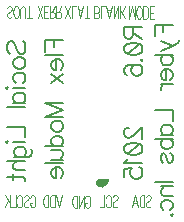
<source format=gbo>
G04 DipTrace 2.4.0.2*
%INSocialLightsmall.gbo*%
%MOMM*%
%ADD10C,0.25*%
%ADD28C,0.165*%
%ADD34O,0.863X0.723*%
%ADD53C,0.111*%
%FSLAX53Y53*%
G04*
G71*
G90*
G75*
G01*
%LNBotSilk*%
%LPD*%
G36*
X21222Y15243D2*
X20588Y14627D1*
X20242Y15110D1*
X20398Y15237D1*
X21222Y15243D1*
G37*
D34*
X20527Y14962D3*
X21105Y15247D2*
D10*
G02X20602Y14730I-586J68D01*
G01*
X21082Y15260D2*
G03X20462Y15200I-219J-970D01*
G01*
X25078Y27450D2*
D28*
Y28398D1*
X26609D1*
X25807D2*
Y27815D1*
X25588Y27042D2*
X26609Y26606D1*
X26901Y26751D1*
X27047Y26897D1*
X27120Y27042D1*
Y27116D1*
X25588Y26168D2*
X26609Y26606D1*
X25078Y25835D2*
X26609D1*
X25807D2*
X25661Y25688D1*
X25588Y25543D1*
Y25324D1*
X25661Y25179D1*
X25807Y25033D1*
X26026Y24960D1*
X26171D1*
X26390Y25033D1*
X26535Y25179D1*
X26609Y25324D1*
Y25543D1*
X26535Y25688D1*
X26390Y25835D1*
X26026Y24627D2*
Y23753D1*
X25880D1*
X25733Y23825D1*
X25661Y23897D1*
X25588Y24044D1*
Y24263D1*
X25661Y24408D1*
X25807Y24554D1*
X26026Y24627D1*
X26171D1*
X26390Y24554D1*
X26535Y24408D1*
X26609Y24263D1*
Y24044D1*
X26535Y23897D1*
X26390Y23753D1*
X25588Y23419D2*
X26609D1*
X26026D2*
X25807Y23345D1*
X25661Y23200D1*
X25588Y23054D1*
Y22835D1*
X25078Y21157D2*
X26609D1*
Y20283D1*
X25588Y19075D2*
X26609D1*
X25807D2*
X25661Y19220D1*
X25588Y19367D1*
Y19584D1*
X25661Y19731D1*
X25807Y19875D1*
X26026Y19950D1*
X26171D1*
X26390Y19875D1*
X26535Y19731D1*
X26609Y19584D1*
Y19367D1*
X26535Y19220D1*
X26390Y19075D1*
X25078Y18742D2*
X26609D1*
X25807D2*
X25661Y18595D1*
X25588Y18451D1*
Y18232D1*
X25661Y18087D1*
X25807Y17940D1*
X26026Y17868D1*
X26171D1*
X26390Y17940D1*
X26535Y18087D1*
X26609Y18232D1*
Y18451D1*
X26535Y18595D1*
X26390Y18742D1*
X25807Y16732D2*
X25661Y16805D1*
X25588Y17024D1*
Y17243D1*
X25661Y17462D1*
X25807Y17534D1*
X25952Y17462D1*
X26026Y17315D1*
X26099Y16951D1*
X26171Y16805D1*
X26318Y16732D1*
X26390D1*
X26535Y16805D1*
X26609Y17024D1*
Y17243D1*
X26535Y17462D1*
X26390Y17534D1*
X25078Y15055D2*
X26609D1*
X25588Y14722D2*
X26609D1*
X25880D2*
X25661Y14503D1*
X25588Y14356D1*
Y14139D1*
X25661Y13992D1*
X25880Y13920D1*
X26609D1*
X25807Y12710D2*
X25661Y12857D1*
X25588Y13004D1*
Y13221D1*
X25661Y13367D1*
X25807Y13512D1*
X26026Y13586D1*
X26171D1*
X26390Y13512D1*
X26535Y13367D1*
X26609Y13221D1*
Y13004D1*
X26535Y12857D1*
X26390Y12710D1*
X26463Y12305D2*
X26537Y12377D1*
X26609Y12305D1*
X26537Y12231D1*
X26463Y12305D1*
X22868Y19695D2*
X22796D1*
X22649Y19623D1*
X22577Y19550D1*
X22504Y19404D1*
Y19112D1*
X22577Y18967D1*
X22649Y18895D1*
X22796Y18821D1*
X22940D1*
X23087Y18895D1*
X23304Y19040D1*
X24034Y19769D1*
Y18748D1*
X22504Y17977D2*
X22577Y18196D1*
X22796Y18342D1*
X23159Y18415D1*
X23378D1*
X23742Y18342D1*
X23961Y18196D1*
X24034Y17977D1*
Y17832D1*
X23961Y17613D1*
X23742Y17468D1*
X23378Y17394D1*
X23159D1*
X22796Y17468D1*
X22577Y17613D1*
X22504Y17832D1*
Y17977D1*
X22796Y17468D2*
X23742Y18342D1*
X22796Y17061D2*
X22721Y16914D1*
X22504Y16695D1*
X24034D1*
X22504Y15487D2*
Y16215D1*
X23159Y16288D1*
X23087Y16215D1*
X23013Y15996D1*
Y15779D1*
X23087Y15560D1*
X23232Y15413D1*
X23451Y15341D1*
X23596D1*
X23815Y15413D1*
X23961Y15560D1*
X24034Y15779D1*
Y15996D1*
X23961Y16215D1*
X23887Y16288D1*
X23742Y16362D1*
X12817Y25966D2*
X12670Y26111D1*
X12598Y26330D1*
Y26622D1*
X12670Y26841D1*
X12817Y26987D1*
X12961D1*
X13108Y26913D1*
X13180Y26841D1*
X13253Y26696D1*
X13399Y26258D1*
X13472Y26111D1*
X13546Y26039D1*
X13691Y25966D1*
X13910D1*
X14055Y26111D1*
X14129Y26330D1*
Y26622D1*
X14055Y26841D1*
X13910Y26987D1*
X13108Y25269D2*
X13180Y25414D1*
X13327Y25561D1*
X13546Y25633D1*
X13691D1*
X13910Y25561D1*
X14055Y25414D1*
X14129Y25269D1*
Y25050D1*
X14055Y24904D1*
X13910Y24759D1*
X13691Y24685D1*
X13546D1*
X13327Y24759D1*
X13180Y24904D1*
X13108Y25050D1*
Y25269D1*
X13327Y23475D2*
X13180Y23622D1*
X13108Y23768D1*
Y23986D1*
X13180Y24132D1*
X13327Y24277D1*
X13546Y24351D1*
X13691D1*
X13910Y24277D1*
X14055Y24132D1*
X14129Y23986D1*
Y23768D1*
X14055Y23622D1*
X13910Y23475D1*
X12598Y23142D2*
X12670Y23069D1*
X12598Y22995D1*
X12523Y23069D1*
X12598Y23142D1*
X13108Y23069D2*
X14129D1*
X13108Y21788D2*
X14129D1*
X13327D2*
X13180Y21933D1*
X13108Y22079D1*
Y22296D1*
X13180Y22443D1*
X13327Y22588D1*
X13546Y22662D1*
X13691D1*
X13910Y22588D1*
X14055Y22443D1*
X14129Y22296D1*
Y22079D1*
X14055Y21933D1*
X13910Y21788D1*
X12598Y21454D2*
X14129D1*
X12598Y19777D2*
X14129D1*
Y18903D1*
X12598Y18569D2*
X12670Y18497D1*
X12598Y18423D1*
X12523Y18497D1*
X12598Y18569D1*
X13108Y18497D2*
X14129D1*
X13180Y17215D2*
X14348D1*
X14565Y17288D1*
X14639Y17360D1*
X14712Y17507D1*
Y17726D1*
X14639Y17870D1*
X13399Y17215D2*
X13255Y17360D1*
X13180Y17507D1*
Y17726D1*
X13255Y17870D1*
X13399Y18017D1*
X13618Y18089D1*
X13765D1*
X13982Y18017D1*
X14129Y17870D1*
X14201Y17726D1*
Y17507D1*
X14129Y17360D1*
X13982Y17215D1*
X12598Y16882D2*
X14129D1*
X13399D2*
X13180Y16663D1*
X13108Y16516D1*
Y16297D1*
X13180Y16152D1*
X13399Y16080D1*
X14129D1*
X12598Y15528D2*
X13837D1*
X14055Y15455D1*
X14129Y15309D1*
Y15164D1*
X13108Y15747D2*
Y15236D1*
X23236Y28219D2*
Y27564D1*
X23162Y27345D1*
X23090Y27271D1*
X22945Y27198D1*
X22798D1*
X22654Y27271D1*
X22579Y27345D1*
X22507Y27564D1*
Y28219D1*
X24038D1*
X23236Y27709D2*
X24038Y27198D1*
X22509Y26427D2*
X22581Y26646D1*
X22800Y26793D1*
X23164Y26865D1*
X23383D1*
X23747Y26793D1*
X23966Y26646D1*
X24038Y26427D1*
Y26282D1*
X23966Y26063D1*
X23747Y25918D1*
X23383Y25844D1*
X23164D1*
X22800Y25918D1*
X22581Y26063D1*
X22509Y26282D1*
Y26427D1*
X22800Y25918D2*
X23747Y26793D1*
X23892Y25438D2*
X23966Y25511D1*
X24038Y25438D1*
X23966Y25364D1*
X23892Y25438D1*
X22726Y24157D2*
X22581Y24229D1*
X22509Y24448D1*
Y24593D1*
X22581Y24812D1*
X22800Y24958D1*
X23164Y25031D1*
X23528D1*
X23819Y24958D1*
X23966Y24812D1*
X24038Y24593D1*
Y24520D1*
X23966Y24303D1*
X23819Y24157D1*
X23600Y24084D1*
X23528D1*
X23309Y24157D1*
X23164Y24303D1*
X23092Y24520D1*
Y24593D1*
X23164Y24812D1*
X23309Y24958D1*
X23528Y25031D1*
X23391Y29946D2*
D53*
Y28925D1*
X23158Y29946D1*
X22924Y28925D1*
Y29946D1*
X23699Y28925D2*
X23641Y28973D1*
X23583Y29071D1*
X23553Y29168D1*
X23524Y29314D1*
Y29557D1*
X23553Y29702D1*
X23583Y29800D1*
X23641Y29897D1*
X23699Y29946D1*
X23816D1*
X23874Y29897D1*
X23932Y29800D1*
X23961Y29702D1*
X23990Y29557D1*
Y29314D1*
X23961Y29168D1*
X23932Y29071D1*
X23874Y28973D1*
X23816Y28925D1*
X23699D1*
X24124D2*
Y29946D1*
X24328D1*
X24415Y29897D1*
X24474Y29800D1*
X24503Y29702D1*
X24532Y29557D1*
Y29314D1*
X24503Y29168D1*
X24474Y29071D1*
X24415Y28973D1*
X24328Y28925D1*
X24124D1*
X25044D2*
X24665D1*
Y29946D1*
X25044D1*
X24665Y29411D2*
X24898D1*
X19966Y28932D2*
Y29953D1*
X20228D1*
X20316Y29904D1*
X20345Y29855D1*
X20374Y29759D1*
Y29613D1*
X20345Y29515D1*
X20316Y29467D1*
X20228Y29418D1*
X20316Y29369D1*
X20345Y29321D1*
X20374Y29224D1*
Y29126D1*
X20345Y29030D1*
X20316Y28980D1*
X20228Y28932D1*
X19966D1*
Y29418D2*
X20228D1*
X20507Y28932D2*
Y29953D1*
X20857D1*
X21457D2*
X21223Y28932D1*
X20990Y29953D1*
X21078Y29613D2*
X21370D1*
X21999Y28932D2*
Y29953D1*
X21591Y28932D1*
Y29953D1*
X22132Y28932D2*
Y29953D1*
X22541Y28932D2*
X22132Y29613D1*
X22278Y29369D2*
X22541Y29953D1*
X15162Y28990D2*
X15571Y30011D1*
Y28990D2*
X15162Y30011D1*
X16083Y28990D2*
X15704D1*
Y30011D1*
X16083D1*
X15704Y29477D2*
X15937D1*
X16216D2*
X16478D1*
X16566Y29427D1*
X16595Y29379D1*
X16624Y29282D1*
Y29185D1*
X16595Y29088D1*
X16566Y29039D1*
X16478Y28990D1*
X16216D1*
Y30011D1*
X16420Y29477D2*
X16624Y30011D1*
X16758Y29477D2*
X17020D1*
X17107Y29427D1*
X17137Y29379D1*
X17166Y29282D1*
Y29185D1*
X17137Y29088D1*
X17107Y29039D1*
X17020Y28990D1*
X16758D1*
Y30011D1*
X16962Y29477D2*
X17166Y30011D1*
X17523Y28978D2*
X17931Y29998D1*
Y28978D2*
X17523Y29998D1*
X18065Y28978D2*
Y29998D1*
X18414D1*
X19015D2*
X18781Y28978D1*
X18548Y29998D1*
X18635Y29658D2*
X18927D1*
X19352Y28978D2*
Y29998D1*
X19148Y28978D2*
X19556D1*
X12981Y29119D2*
X12923Y29022D1*
X12835Y28973D1*
X12719D1*
X12631Y29022D1*
X12573Y29119D1*
Y29216D1*
X12602Y29314D1*
X12631Y29362D1*
X12689Y29410D1*
X12864Y29508D1*
X12923Y29556D1*
X12952Y29606D1*
X12981Y29702D1*
Y29848D1*
X12923Y29945D1*
X12835Y29994D1*
X12719D1*
X12631Y29945D1*
X12573Y29848D1*
X13290Y28973D2*
X13231Y29022D1*
X13173Y29119D1*
X13143Y29216D1*
X13114Y29362D1*
Y29606D1*
X13143Y29751D1*
X13173Y29848D1*
X13231Y29945D1*
X13290Y29994D1*
X13406D1*
X13464Y29945D1*
X13523Y29848D1*
X13552Y29751D1*
X13581Y29606D1*
Y29362D1*
X13552Y29216D1*
X13523Y29119D1*
X13464Y29022D1*
X13406Y28973D1*
X13290D1*
X13714D2*
Y29702D1*
X13743Y29848D1*
X13802Y29945D1*
X13889Y29994D1*
X13947D1*
X14035Y29945D1*
X14093Y29848D1*
X14122Y29702D1*
Y28973D1*
X14460D2*
Y29994D1*
X14256Y28973D2*
X14664D1*
X24337Y13811D2*
X24395Y13909D1*
X24483Y13957D1*
X24599D1*
X24687Y13909D1*
X24746Y13811D1*
Y13714D1*
X24716Y13617D1*
X24687Y13568D1*
X24629Y13520D1*
X24454Y13422D1*
X24395Y13374D1*
X24366Y13325D1*
X24337Y13228D1*
Y13082D1*
X24395Y12985D1*
X24483Y12936D1*
X24599D1*
X24687Y12985D1*
X24746Y13082D1*
X24204Y13957D2*
Y12936D1*
X24000D1*
X23912Y12985D1*
X23854Y13082D1*
X23825Y13180D1*
X23796Y13325D1*
Y13568D1*
X23825Y13714D1*
X23854Y13811D1*
X23912Y13909D1*
X24000Y13957D1*
X24204D1*
X23195Y12936D2*
X23429Y13957D1*
X23662Y12936D1*
X23575Y13276D2*
X23283D1*
X21531Y13815D2*
X21589Y13913D1*
X21677Y13961D1*
X21793D1*
X21881Y13913D1*
X21939Y13815D1*
Y13718D1*
X21910Y13621D1*
X21881Y13572D1*
X21823Y13524D1*
X21648Y13426D1*
X21589Y13378D1*
X21560Y13329D1*
X21531Y13232D1*
Y13086D1*
X21589Y12990D1*
X21677Y12940D1*
X21793D1*
X21881Y12990D1*
X21939Y13086D1*
X20960Y13718D2*
X20989Y13815D1*
X21048Y13913D1*
X21106Y13961D1*
X21223D1*
X21281Y13913D1*
X21339Y13815D1*
X21369Y13718D1*
X21398Y13572D1*
Y13329D1*
X21369Y13184D1*
X21339Y13086D1*
X21281Y12990D1*
X21223Y12940D1*
X21106D1*
X21048Y12990D1*
X20989Y13086D1*
X20960Y13184D1*
X20827Y13961D2*
Y12940D1*
X20477D1*
X14544Y13718D2*
X14573Y13814D1*
X14632Y13912D1*
X14690Y13960D1*
X14807D1*
X14865Y13912D1*
X14923Y13814D1*
X14953Y13718D1*
X14982Y13572D1*
Y13328D1*
X14953Y13183D1*
X14923Y13086D1*
X14865Y12989D1*
X14807Y12940D1*
X14690D1*
X14632Y12989D1*
X14573Y13086D1*
X14544Y13183D1*
Y13328D1*
X14690D1*
X14003Y13814D2*
X14061Y13912D1*
X14148Y13960D1*
X14265D1*
X14352Y13912D1*
X14411Y13814D1*
Y13718D1*
X14381Y13620D1*
X14352Y13572D1*
X14294Y13524D1*
X14119Y13426D1*
X14061Y13378D1*
X14032Y13328D1*
X14003Y13232D1*
Y13086D1*
X14061Y12989D1*
X14148Y12940D1*
X14265D1*
X14352Y12989D1*
X14411Y13086D1*
X13432Y13718D2*
X13461Y13814D1*
X13520Y13912D1*
X13578Y13960D1*
X13694D1*
X13753Y13912D1*
X13811Y13814D1*
X13840Y13718D1*
X13869Y13572D1*
Y13328D1*
X13840Y13183D1*
X13811Y13086D1*
X13753Y12989D1*
X13694Y12940D1*
X13578D1*
X13520Y12989D1*
X13461Y13086D1*
X13432Y13183D1*
X13299Y13960D2*
Y12940D1*
X12949D1*
X12816Y13960D2*
Y12940D1*
X12407Y13960D2*
X12816Y13280D1*
X12670Y13524D2*
X12407Y12940D1*
X17194Y13949D2*
X16961Y12928D1*
X16728Y13949D1*
X16595D2*
Y12928D1*
X16391D1*
X16303Y12978D1*
X16244Y13074D1*
X16215Y13172D1*
X16186Y13317D1*
Y13561D1*
X16215Y13707D1*
X16244Y13803D1*
X16303Y13901D1*
X16391Y13949D1*
X16595D1*
X16053D2*
Y12928D1*
X15849D1*
X15761Y12978D1*
X15703Y13074D1*
X15674Y13172D1*
X15645Y13317D1*
Y13561D1*
X15674Y13707D1*
X15703Y13803D1*
X15761Y13901D1*
X15849Y13949D1*
X16053D1*
X19186Y13699D2*
X19215Y13796D1*
X19274Y13893D1*
X19332Y13942D1*
X19449D1*
X19507Y13893D1*
X19565Y13796D1*
X19595Y13699D1*
X19624Y13553D1*
Y13309D1*
X19595Y13164D1*
X19565Y13067D1*
X19507Y12970D1*
X19449Y12921D1*
X19332D1*
X19274Y12970D1*
X19215Y13067D1*
X19186Y13164D1*
Y13309D1*
X19332D1*
X18645Y13942D2*
Y12921D1*
X19053Y13942D1*
Y12921D1*
X18511Y13942D2*
Y12921D1*
X18307D1*
X18220Y12970D1*
X18161Y13067D1*
X18132Y13164D1*
X18103Y13309D1*
Y13553D1*
X18132Y13699D1*
X18161Y13796D1*
X18220Y13893D1*
X18307Y13942D1*
X18511D1*
X15790Y26135D2*
D28*
Y27084D1*
X17321D1*
X16519D2*
Y26501D1*
X15790Y25802D2*
X17321D1*
X16738Y25468D2*
Y24594D1*
X16591D1*
X16445Y24667D1*
X16372Y24739D1*
X16300Y24886D1*
Y25105D1*
X16372Y25249D1*
X16519Y25396D1*
X16738Y25468D1*
X16883D1*
X17102Y25396D1*
X17247Y25249D1*
X17321Y25105D1*
Y24886D1*
X17247Y24739D1*
X17102Y24594D1*
X16300Y24261D2*
X17321Y23459D1*
X16300D2*
X17321Y24261D1*
Y20616D2*
X15790D1*
X17321Y21199D1*
X15790Y21782D1*
X17321D1*
X16300Y19919D2*
X16372Y20063D1*
X16519Y20210D1*
X16738Y20282D1*
X16883D1*
X17102Y20210D1*
X17247Y20063D1*
X17321Y19919D1*
Y19700D1*
X17247Y19553D1*
X17102Y19408D1*
X16883Y19334D1*
X16738D1*
X16519Y19408D1*
X16372Y19553D1*
X16300Y19700D1*
Y19919D1*
X15790Y18126D2*
X17321D1*
X16519D2*
X16372Y18271D1*
X16300Y18418D1*
Y18637D1*
X16372Y18782D1*
X16519Y18928D1*
X16738Y19001D1*
X16883D1*
X17102Y18928D1*
X17247Y18782D1*
X17321Y18637D1*
Y18418D1*
X17247Y18271D1*
X17102Y18126D1*
X16300Y17793D2*
X17029D1*
X17247Y17721D1*
X17321Y17574D1*
Y17355D1*
X17247Y17210D1*
X17029Y16991D1*
X16300D2*
X17321D1*
X15790Y16658D2*
X17321D1*
X16738Y16324D2*
Y15450D1*
X16591D1*
X16445Y15523D1*
X16372Y15595D1*
X16300Y15742D1*
Y15961D1*
X16372Y16105D1*
X16519Y16252D1*
X16738Y16324D1*
X16883D1*
X17102Y16252D1*
X17247Y16105D1*
X17321Y15961D1*
Y15742D1*
X17247Y15595D1*
X17102Y15450D1*
M02*

</source>
